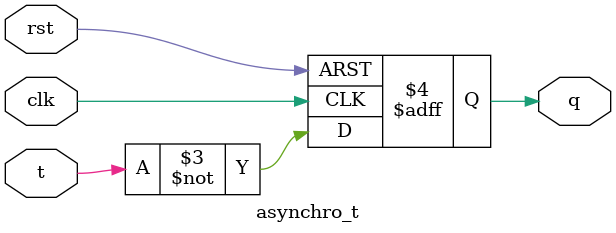
<source format=v>
`timescale 1ns / 1ps


module asynchro_t(clk,rst,t,q);
input wire clk,rst,t;
output reg q;

always @(posedge clk or negedge rst) begin
    if(!rst) q<=0;
    else q<=~t;
end
endmodule

</source>
